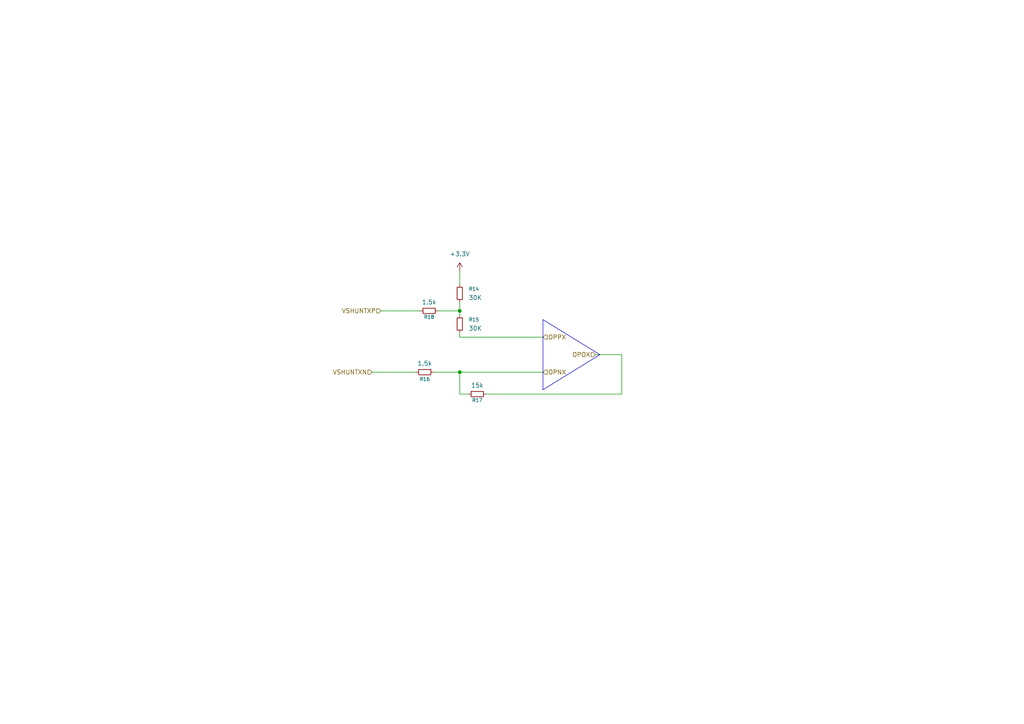
<source format=kicad_sch>
(kicad_sch (version 20250114) (generator "eeschema") (generator_version "9.0")
  (paper "A4")
  (lib_symbols
    (symbol "Device:R_Small" (pin_numbers (hide yes)) (pin_names (offset 0.254) (hide yes))
      (property "Reference" "R" (at 0 0 90))
      (property "Value" "R_Small" (at 1.778 0 90))
      (symbol "R_Small_0_1"
        (rectangle (start -0.762 1.778) (end 0.762 -1.778) (stroke (width 0.2032)))
      )
      (symbol "R_Small_1_1"
        (pin passive line (at 0 2.54 270) (length 0.762) (name "~") (number "1"))
        (pin passive line (at 0 -2.54 90) (length 0.762) (name "~") (number "2"))
      )
    )
    (symbol "power:+3.3V" (power) (pin_numbers (hide yes)) (pin_names (offset 0) (hide yes))
      (property "Value" "+3.3V" (at 0 3.556 0))
      (symbol "+3.3V_0_1"
        (polyline (pts (xy -0.762 1.27) (xy 0 2.54)))
        (polyline (pts (xy 0 2.54) (xy 0.762 1.27)))
        (polyline (pts (xy 0 0) (xy 0 2.54)))
      )
      (symbol "+3.3V_1_1"
        (pin power_in line (at 0 0 90) (length 0) (name "~") (number "1"))
      )
    )
  )
  (bezier (pts (xy 173.99 102.87) (xy 173.99 102.87) (xy 157.48 113.03) (xy 157.48 113.03)))
  (bezier (pts (xy 157.48 92.71) (xy 173.99 102.87) (xy 173.99 102.87) (xy 173.99 102.87)))
  (bezier (pts (xy 157.48 92.71) (xy 157.48 92.71) (xy 157.48 113.03) (xy 157.48 113.03)))
  (junction (at 133.35 107.95))
  (junction (at 133.35 90.17))
  (wire (pts (xy 140.97 114.3) (xy 180.34 114.3)))
  (wire (pts (xy 127 90.17) (xy 133.35 90.17)))
  (wire (pts (xy 133.35 97.79) (xy 157.48 97.79)))
  (wire (pts (xy 125.73 107.95) (xy 133.35 107.95)))
  (wire (pts (xy 133.35 90.17) (xy 133.35 91.44)))
  (wire (pts (xy 180.34 102.87) (xy 180.34 114.3)))
  (wire (pts (xy 133.35 78.74) (xy 133.35 82.55)))
  (wire (pts (xy 133.35 87.63) (xy 133.35 90.17)))
  (wire (pts (xy 110.49 90.17) (xy 121.92 90.17)))
  (wire (pts (xy 133.35 107.95) (xy 133.35 114.3)))
  (wire (pts (xy 133.35 96.52) (xy 133.35 97.79)))
  (wire (pts (xy 133.35 107.95) (xy 157.48 107.95)))
  (wire (pts (xy 133.35 114.3) (xy 135.89 114.3)))
  (wire (pts (xy 172.72 102.87) (xy 180.34 102.87)))
  (wire (pts (xy 107.95 107.95) (xy 120.65 107.95)))
  (hierarchical_label "VSHUNTXP" (shape input) (at 110.49 90.17 180))
  (hierarchical_label "VSHUNTXN" (shape input) (at 107.95 107.95 180))
  (hierarchical_label "OPOX" (shape input) (at 172.72 102.87 180))
  (hierarchical_label "OPNX" (shape input) (at 157.48 107.95 0))
  (hierarchical_label "OPPX" (shape input) (at 157.48 97.79 0))
  (symbol (lib_id "power:+3.3V") (at 133.35 78.74 0) (unit 1)
    (property "Reference" "#PWR024" (effects (hide yes)))
    (property "Value" "+3.3V" (at 133.35 73.66 0))
    (property "Description" "Power symbol creates a global label with name \"+3.3V\"" (effects (hide yes)))
    (instances (project "FOC_CONTROLLER_V2" (path "" (reference "#PWR024") (unit 1)) (path "" (reference "#PWR021") (unit 1)) (path "" (reference "#PWR022") (unit 1))))
  )
  (symbol (lib_id "Device:R_Small") (at 123.19 107.95 90) (unit 1)
    (property "Reference" "R16" (at 123.19 109.982 90) (effects (font (size 1.016 1.016))))
    (property "Value" "1.5k" (at 123.19 105.41 90))
    (property "Footprint" "Resistor_SMD:R_0603_1608Metric" (effects (hide yes)))
    (property "Description" "Resistor, small symbol" (effects (hide yes)))
    (instances (project "FOC_CONTROLLER_V2" (path "" (reference "R16") (unit 1)) (path "" (reference "R13") (unit 1)) (path "" (reference "R23") (unit 1))))
  )
  (symbol (lib_id "Device:R_Small") (at 133.35 85.09 180) (unit 1)
    (property "Reference" "R14" (at 135.89 83.8199 0) (effects (font (size 1.016 1.016)) (justify right)))
    (property "Value" "30K" (at 135.89 86.3599 0) (effects (justify right)))
    (property "Footprint" "Resistor_SMD:R_0603_1608Metric" (effects (hide yes)))
    (property "Description" "Resistor, small symbol" (effects (hide yes)))
    (instances (project "FOC_CONTROLLER_V2" (path "" (reference "R14") (unit 1)) (path "" (reference "R20") (unit 1)) (path "" (reference "R25") (unit 1))))
  )
  (symbol (lib_id "Device:R_Small") (at 138.43 114.3 90) (unit 1)
    (property "Reference" "R17" (at 138.43 116.078 90) (effects (font (size 1.016 1.016))))
    (property "Value" "15k" (at 138.43 111.76 90))
    (property "Footprint" "Resistor_SMD:R_0603_1608Metric" (effects (hide yes)))
    (property "Description" "Resistor, small symbol" (effects (hide yes)))
    (instances (project "FOC_CONTROLLER_V2" (path "" (reference "R17") (unit 1)) (path "" (reference "R22") (unit 1)) (path "" (reference "R27") (unit 1))))
  )
  (symbol (lib_id "Device:R_Small") (at 133.35 93.98 180) (unit 1)
    (property "Reference" "R15" (at 135.89 92.7099 0) (effects (font (size 1.016 1.016)) (justify right)))
    (property "Value" "30K" (at 135.89 95.2499 0) (effects (justify right)))
    (property "Footprint" "Resistor_SMD:R_0603_1608Metric" (effects (hide yes)))
    (property "Description" "Resistor, small symbol" (effects (hide yes)))
    (instances (project "FOC_CONTROLLER_V2" (path "" (reference "R15") (unit 1)) (path "" (reference "R21") (unit 1)) (path "" (reference "R26") (unit 1))))
  )
  (symbol (lib_id "Device:R_Small") (at 124.46 90.17 90) (unit 1)
    (property "Reference" "R18" (at 124.46 91.948 90) (effects (font (size 1.016 1.016))))
    (property "Value" "1.5k" (at 124.46 87.63 90))
    (property "Footprint" "Resistor_SMD:R_0603_1608Metric" (effects (hide yes)))
    (property "Description" "Resistor, small symbol" (effects (hide yes)))
    (instances (project "FOC_CONTROLLER_V2" (path "" (reference "R18") (unit 1)) (path "" (reference "R19") (unit 1)) (path "" (reference "R24") (unit 1))))
  )
)
</source>
